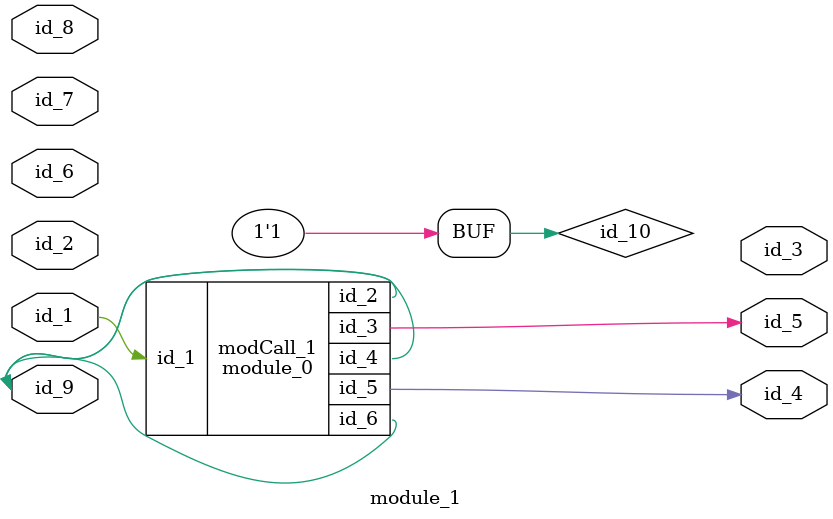
<source format=v>
module module_0 (
    id_1,
    id_2,
    id_3,
    id_4,
    id_5,
    id_6
);
  inout wire id_6;
  output wire id_5;
  output wire id_4;
  output wire id_3;
  inout wire id_2;
  input wire id_1;
endmodule
module module_1 (
    id_1,
    id_2,
    id_3,
    id_4,
    id_5,
    id_6,
    id_7,
    id_8,
    id_9
);
  inout wire id_9;
  input wire id_8;
  inout wire id_7;
  input wire id_6;
  output wire id_5;
  output wire id_4;
  output wire id_3;
  input wire id_2;
  module_0 modCall_1 (
      id_1,
      id_9,
      id_5,
      id_9,
      id_4,
      id_9
  );
  inout wire id_1;
  supply1 id_10;
  assign id_10 = id_1 / -1'b0;
endmodule

</source>
